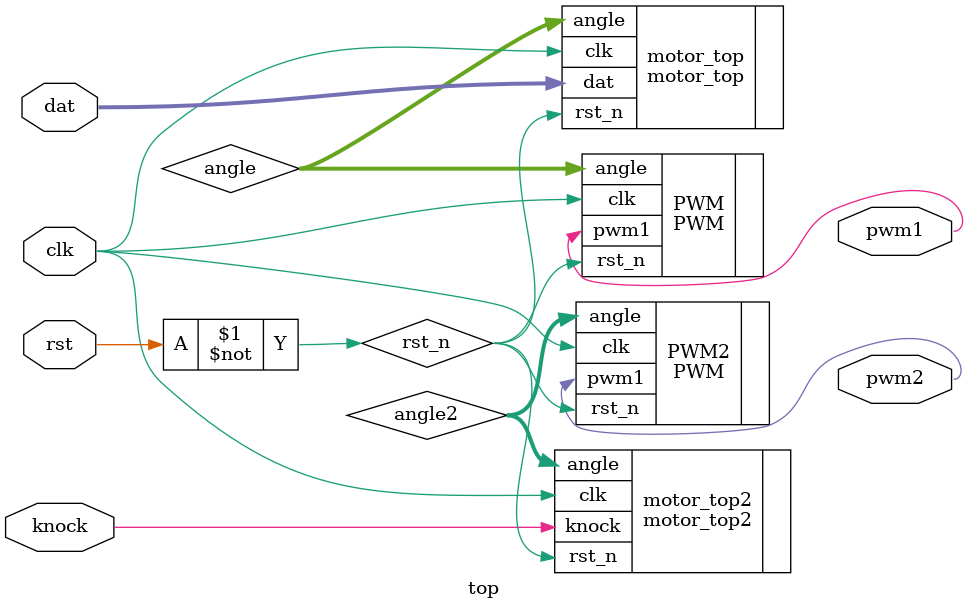
<source format=v>
module top(
    input clk,
    input rst,
    input [3:0]dat,
    output pwm1,
    output pwm2,
    input knock
);
wire [7:0]angle ;
wire [7:0]angle2 ;
wire rst_n;
PWM PWM(
    .clk(clk),
    .rst_n(rst_n),
    .angle(angle),
    .pwm1(pwm1)
);
PWM PWM2(
    .clk(clk),
    .rst_n(rst_n),
    .angle(angle2),
    .pwm1(pwm2)
);
motor_top motor_top(
    .clk(clk),
    .rst_n(rst_n),
    .dat(dat),
    .angle(angle)
);
motor_top2 motor_top2(
    .clk(clk),
    .rst_n(rst_n),
    .knock(knock),
    .angle(angle2)
);
assign rst_n = ~rst;
endmodule


</source>
